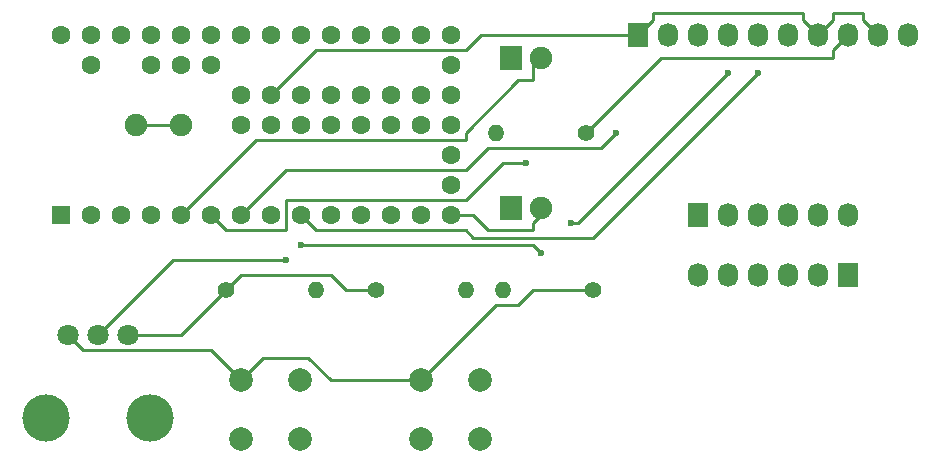
<source format=gbr>
G04 #@! TF.FileFunction,Copper,L2,Bot,Signal*
%FSLAX46Y46*%
G04 Gerber Fmt 4.6, Leading zero omitted, Abs format (unit mm)*
G04 Created by KiCad (PCBNEW 4.0.7) date 2018 April 09, Monday 11:43:40*
%MOMM*%
%LPD*%
G01*
G04 APERTURE LIST*
%ADD10C,0.100000*%
%ADD11R,1.727200X2.032000*%
%ADD12O,1.727200X2.032000*%
%ADD13R,1.900000X2.000000*%
%ADD14C,1.900000*%
%ADD15C,1.400000*%
%ADD16O,1.400000X1.400000*%
%ADD17C,1.800000*%
%ADD18C,4.000000*%
%ADD19C,2.000000*%
%ADD20C,1.600000*%
%ADD21R,1.600000X1.600000*%
%ADD22C,0.600000*%
%ADD23C,0.250000*%
G04 APERTURE END LIST*
D10*
D11*
X151765000Y-114300000D03*
D12*
X154305000Y-114300000D03*
X156845000Y-114300000D03*
X159385000Y-114300000D03*
X161925000Y-114300000D03*
X164465000Y-114300000D03*
D11*
X146685000Y-99060000D03*
D12*
X149225000Y-99060000D03*
X151765000Y-99060000D03*
X154305000Y-99060000D03*
X156845000Y-99060000D03*
X159385000Y-99060000D03*
X161925000Y-99060000D03*
X164465000Y-99060000D03*
X167005000Y-99060000D03*
X169545000Y-99060000D03*
D13*
X135890000Y-113665000D03*
D14*
X138430000Y-113665000D03*
D13*
X135890000Y-100965000D03*
D14*
X138430000Y-100965000D03*
D15*
X124460000Y-120650000D03*
D16*
X132080000Y-120650000D03*
D15*
X111760000Y-120650000D03*
D16*
X119380000Y-120650000D03*
D15*
X142875000Y-120650000D03*
D16*
X135255000Y-120650000D03*
D15*
X142240000Y-107315000D03*
D16*
X134620000Y-107315000D03*
D17*
X103425000Y-124460000D03*
X100925000Y-124460000D03*
X98425000Y-124460000D03*
D18*
X105325000Y-131460000D03*
X96525000Y-131460000D03*
D19*
X128270000Y-128270000D03*
X133270000Y-128270000D03*
X133270000Y-133270000D03*
X128270000Y-133270000D03*
X113030000Y-128270000D03*
X118030000Y-128270000D03*
X118030000Y-133270000D03*
X113030000Y-133270000D03*
D20*
X130810000Y-106680000D03*
X130810000Y-104140000D03*
X130810000Y-101600000D03*
X130810000Y-99060000D03*
X130810000Y-109220000D03*
X130810000Y-111760000D03*
X130810000Y-114300000D03*
X128270000Y-99060000D03*
X125730000Y-99060000D03*
X123190000Y-99060000D03*
X120650000Y-99060000D03*
X118110000Y-99060000D03*
X115570000Y-99060000D03*
X113030000Y-99060000D03*
X110490000Y-99060000D03*
X107950000Y-99060000D03*
X105410000Y-99060000D03*
X102870000Y-99060000D03*
X100330000Y-99060000D03*
X97790000Y-99060000D03*
X100330000Y-101600000D03*
X105410000Y-101600000D03*
X107950000Y-101600000D03*
X110490000Y-101600000D03*
X128270000Y-114300000D03*
X125730000Y-114300000D03*
X123190000Y-114300000D03*
X120650000Y-114300000D03*
X118110000Y-114300000D03*
X115570000Y-114300000D03*
X113030000Y-114300000D03*
X110490000Y-114300000D03*
X107950000Y-114300000D03*
X105410000Y-114300000D03*
X102870000Y-114300000D03*
X100330000Y-114300000D03*
D21*
X97790000Y-114300000D03*
D20*
X113030000Y-106680000D03*
X115570000Y-106680000D03*
X118110000Y-106680000D03*
X120650000Y-106680000D03*
X123190000Y-106680000D03*
X125730000Y-106680000D03*
X128270000Y-106680000D03*
X128270000Y-104140000D03*
X125730000Y-104140000D03*
X123190000Y-104140000D03*
X120650000Y-104140000D03*
X118110000Y-104140000D03*
X115570000Y-104140000D03*
X113030000Y-104140000D03*
D14*
X107950000Y-106680000D03*
X104140000Y-106680000D03*
D11*
X164465000Y-119380000D03*
D12*
X161925000Y-119380000D03*
X159385000Y-119380000D03*
X156845000Y-119380000D03*
X154305000Y-119380000D03*
X151765000Y-119380000D03*
D22*
X137160000Y-109855000D03*
X144780000Y-107315000D03*
X154305000Y-102235000D03*
X140970000Y-114935000D03*
X138430000Y-117475000D03*
X118110000Y-116840000D03*
X156845000Y-102235000D03*
X116840000Y-118110000D03*
D23*
X138430000Y-113665000D02*
X138430000Y-114300000D01*
X138430000Y-114300000D02*
X137795000Y-114935000D01*
X137795000Y-114935000D02*
X137795000Y-115570000D01*
X137795000Y-115570000D02*
X133985000Y-115570000D01*
X133985000Y-115570000D02*
X132715000Y-114300000D01*
X132715000Y-114300000D02*
X130810000Y-114300000D01*
X107950000Y-114300000D02*
X114300000Y-107950000D01*
X114300000Y-107950000D02*
X132080000Y-107950000D01*
X132080000Y-107950000D02*
X132080000Y-107315000D01*
X132080000Y-107315000D02*
X136525000Y-102870000D01*
X136525000Y-102870000D02*
X137795000Y-102870000D01*
X137795000Y-102870000D02*
X137795000Y-101600000D01*
X137795000Y-101600000D02*
X138430000Y-100965000D01*
X115570000Y-104140000D02*
X119380000Y-100330000D01*
X119380000Y-100330000D02*
X132080000Y-100330000D01*
X132080000Y-100330000D02*
X133350000Y-99060000D01*
X133350000Y-99060000D02*
X146685000Y-99060000D01*
X111760000Y-120650000D02*
X107950000Y-124460000D01*
X107950000Y-124460000D02*
X103425000Y-124460000D01*
X146685000Y-99060000D02*
X147955000Y-97790000D01*
X147955000Y-97790000D02*
X147955000Y-97155000D01*
X147955000Y-97155000D02*
X160655000Y-97155000D01*
X160655000Y-97155000D02*
X160655000Y-97790000D01*
X160655000Y-97790000D02*
X161925000Y-99060000D01*
X111760000Y-120650000D02*
X113030000Y-119380000D01*
X113030000Y-119380000D02*
X120650000Y-119380000D01*
X120650000Y-119380000D02*
X121920000Y-120650000D01*
X121920000Y-120650000D02*
X124460000Y-120650000D01*
X161925000Y-99060000D02*
X163195000Y-97790000D01*
X163195000Y-97790000D02*
X163195000Y-97155000D01*
X163195000Y-97155000D02*
X165735000Y-97155000D01*
X165735000Y-97155000D02*
X165735000Y-97790000D01*
X165735000Y-97790000D02*
X167005000Y-99060000D01*
X110490000Y-114300000D02*
X111760000Y-115570000D01*
X111760000Y-115570000D02*
X116840000Y-115570000D01*
X116840000Y-115570000D02*
X116840000Y-113030000D01*
X116840000Y-113030000D02*
X132080000Y-113030000D01*
X132080000Y-113030000D02*
X135255000Y-109855000D01*
X135255000Y-109855000D02*
X137160000Y-109855000D01*
X113030000Y-114300000D02*
X116840000Y-110490000D01*
X116840000Y-110490000D02*
X132080000Y-110490000D01*
X132080000Y-110490000D02*
X133985000Y-108585000D01*
X133985000Y-108585000D02*
X143510000Y-108585000D01*
X143510000Y-108585000D02*
X144780000Y-107315000D01*
X154305000Y-102235000D02*
X141605000Y-114935000D01*
X141605000Y-114935000D02*
X140970000Y-114935000D01*
X138430000Y-117475000D02*
X137795000Y-116840000D01*
X137795000Y-116840000D02*
X118110000Y-116840000D01*
X156845000Y-102235000D02*
X142875000Y-116205000D01*
X142875000Y-116205000D02*
X132715000Y-116205000D01*
X132715000Y-116205000D02*
X132080000Y-115570000D01*
X132080000Y-115570000D02*
X119380000Y-115570000D01*
X119380000Y-115570000D02*
X118110000Y-114300000D01*
X142240000Y-107315000D02*
X148590000Y-100965000D01*
X148590000Y-100965000D02*
X163195000Y-100965000D01*
X163195000Y-100965000D02*
X163195000Y-100330000D01*
X163195000Y-100330000D02*
X164465000Y-99060000D01*
X128270000Y-128270000D02*
X134620000Y-121920000D01*
X134620000Y-121920000D02*
X136525000Y-121920000D01*
X136525000Y-121920000D02*
X137795000Y-120650000D01*
X137795000Y-120650000D02*
X142875000Y-120650000D01*
X113030000Y-128270000D02*
X110490000Y-125730000D01*
X110490000Y-125730000D02*
X99695000Y-125730000D01*
X99695000Y-125730000D02*
X98425000Y-124460000D01*
X113030000Y-128270000D02*
X114935000Y-126365000D01*
X114935000Y-126365000D02*
X118745000Y-126365000D01*
X118745000Y-126365000D02*
X120650000Y-128270000D01*
X120650000Y-128270000D02*
X128270000Y-128270000D01*
X100925000Y-124460000D02*
X100965000Y-124460000D01*
X100965000Y-124460000D02*
X107315000Y-118110000D01*
X107315000Y-118110000D02*
X116840000Y-118110000D01*
X107950000Y-106680000D02*
X104140000Y-106680000D01*
M02*

</source>
